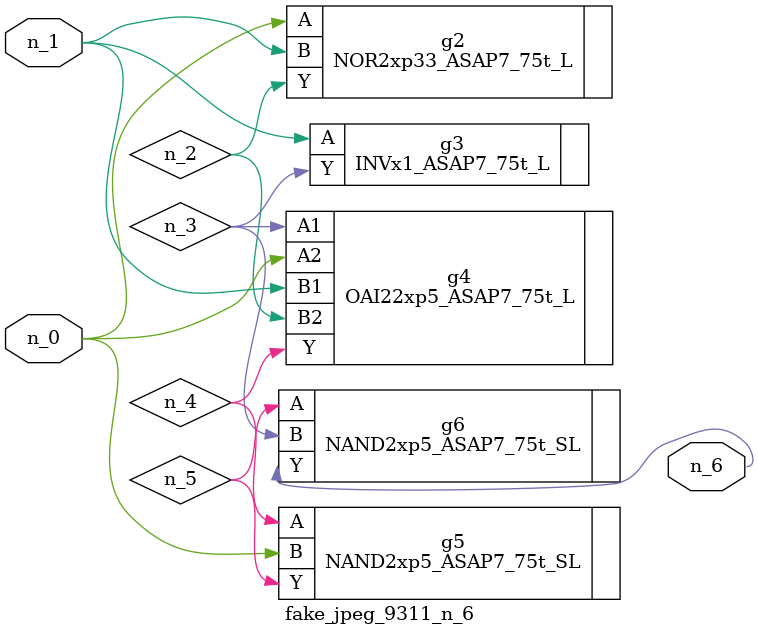
<source format=v>
module fake_jpeg_9311_n_6 (n_0, n_1, n_6);

input n_0;
input n_1;

output n_6;

wire n_2;
wire n_3;
wire n_4;
wire n_5;

NOR2xp33_ASAP7_75t_L g2 ( 
.A(n_0),
.B(n_1),
.Y(n_2)
);

INVx1_ASAP7_75t_L g3 ( 
.A(n_1),
.Y(n_3)
);

OAI22xp5_ASAP7_75t_L g4 ( 
.A1(n_3),
.A2(n_0),
.B1(n_1),
.B2(n_2),
.Y(n_4)
);

NAND2xp5_ASAP7_75t_SL g5 ( 
.A(n_4),
.B(n_0),
.Y(n_5)
);

NAND2xp5_ASAP7_75t_SL g6 ( 
.A(n_5),
.B(n_3),
.Y(n_6)
);


endmodule
</source>
